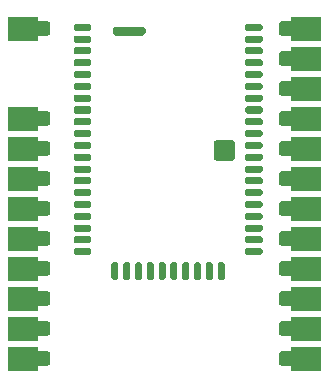
<source format=gts>
G04 #@! TF.GenerationSoftware,KiCad,Pcbnew,9.0.1+1*
G04 #@! TF.CreationDate,2025-11-11T08:29:24+00:00*
G04 #@! TF.ProjectId,bluetooth,626c7565-746f-46f7-9468-2e6b69636164,rev?*
G04 #@! TF.SameCoordinates,Original*
G04 #@! TF.FileFunction,Soldermask,Top*
G04 #@! TF.FilePolarity,Negative*
%FSLAX46Y46*%
G04 Gerber Fmt 4.6, Leading zero omitted, Abs format (unit mm)*
G04 Created by KiCad (PCBNEW 9.0.1+1) date 2025-11-11 08:29:24*
%MOMM*%
%LPD*%
G01*
G04 APERTURE LIST*
%ADD10R,2.540000X2.000000*%
G04 APERTURE END LIST*
G36*
G01*
X101551000Y-57632000D02*
X101551000Y-57332000D01*
G75*
G02*
X101701000Y-57182000I150000J0D01*
G01*
X102901000Y-57182000D01*
G75*
G02*
X103051000Y-57332000I0J-150000D01*
G01*
X103051000Y-57632000D01*
G75*
G02*
X102901000Y-57782000I-150000J0D01*
G01*
X101701000Y-57782000D01*
G75*
G02*
X101551000Y-57632000I0J150000D01*
G01*
G37*
G36*
G01*
X101551000Y-58632000D02*
X101551000Y-58332000D01*
G75*
G02*
X101701000Y-58182000I150000J0D01*
G01*
X102901000Y-58182000D01*
G75*
G02*
X103051000Y-58332000I0J-150000D01*
G01*
X103051000Y-58632000D01*
G75*
G02*
X102901000Y-58782000I-150000J0D01*
G01*
X101701000Y-58782000D01*
G75*
G02*
X101551000Y-58632000I0J150000D01*
G01*
G37*
G36*
G01*
X101551000Y-59632000D02*
X101551000Y-59332000D01*
G75*
G02*
X101701000Y-59182000I150000J0D01*
G01*
X102901000Y-59182000D01*
G75*
G02*
X103051000Y-59332000I0J-150000D01*
G01*
X103051000Y-59632000D01*
G75*
G02*
X102901000Y-59782000I-150000J0D01*
G01*
X101701000Y-59782000D01*
G75*
G02*
X101551000Y-59632000I0J150000D01*
G01*
G37*
G36*
G01*
X101551000Y-60632000D02*
X101551000Y-60332000D01*
G75*
G02*
X101701000Y-60182000I150000J0D01*
G01*
X102901000Y-60182000D01*
G75*
G02*
X103051000Y-60332000I0J-150000D01*
G01*
X103051000Y-60632000D01*
G75*
G02*
X102901000Y-60782000I-150000J0D01*
G01*
X101701000Y-60782000D01*
G75*
G02*
X101551000Y-60632000I0J150000D01*
G01*
G37*
G36*
G01*
X101551000Y-61632000D02*
X101551000Y-61332000D01*
G75*
G02*
X101701000Y-61182000I150000J0D01*
G01*
X102901000Y-61182000D01*
G75*
G02*
X103051000Y-61332000I0J-150000D01*
G01*
X103051000Y-61632000D01*
G75*
G02*
X102901000Y-61782000I-150000J0D01*
G01*
X101701000Y-61782000D01*
G75*
G02*
X101551000Y-61632000I0J150000D01*
G01*
G37*
G36*
G01*
X101551000Y-62632000D02*
X101551000Y-62332000D01*
G75*
G02*
X101701000Y-62182000I150000J0D01*
G01*
X102901000Y-62182000D01*
G75*
G02*
X103051000Y-62332000I0J-150000D01*
G01*
X103051000Y-62632000D01*
G75*
G02*
X102901000Y-62782000I-150000J0D01*
G01*
X101701000Y-62782000D01*
G75*
G02*
X101551000Y-62632000I0J150000D01*
G01*
G37*
G36*
G01*
X101551000Y-63632000D02*
X101551000Y-63332000D01*
G75*
G02*
X101701000Y-63182000I150000J0D01*
G01*
X102901000Y-63182000D01*
G75*
G02*
X103051000Y-63332000I0J-150000D01*
G01*
X103051000Y-63632000D01*
G75*
G02*
X102901000Y-63782000I-150000J0D01*
G01*
X101701000Y-63782000D01*
G75*
G02*
X101551000Y-63632000I0J150000D01*
G01*
G37*
G36*
G01*
X101551000Y-64632000D02*
X101551000Y-64332000D01*
G75*
G02*
X101701000Y-64182000I150000J0D01*
G01*
X102901000Y-64182000D01*
G75*
G02*
X103051000Y-64332000I0J-150000D01*
G01*
X103051000Y-64632000D01*
G75*
G02*
X102901000Y-64782000I-150000J0D01*
G01*
X101701000Y-64782000D01*
G75*
G02*
X101551000Y-64632000I0J150000D01*
G01*
G37*
G36*
G01*
X101551000Y-65632000D02*
X101551000Y-65332000D01*
G75*
G02*
X101701000Y-65182000I150000J0D01*
G01*
X102901000Y-65182000D01*
G75*
G02*
X103051000Y-65332000I0J-150000D01*
G01*
X103051000Y-65632000D01*
G75*
G02*
X102901000Y-65782000I-150000J0D01*
G01*
X101701000Y-65782000D01*
G75*
G02*
X101551000Y-65632000I0J150000D01*
G01*
G37*
G36*
G01*
X101551000Y-66632000D02*
X101551000Y-66332000D01*
G75*
G02*
X101701000Y-66182000I150000J0D01*
G01*
X102901000Y-66182000D01*
G75*
G02*
X103051000Y-66332000I0J-150000D01*
G01*
X103051000Y-66632000D01*
G75*
G02*
X102901000Y-66782000I-150000J0D01*
G01*
X101701000Y-66782000D01*
G75*
G02*
X101551000Y-66632000I0J150000D01*
G01*
G37*
G36*
G01*
X101551000Y-67632000D02*
X101551000Y-67332000D01*
G75*
G02*
X101701000Y-67182000I150000J0D01*
G01*
X102901000Y-67182000D01*
G75*
G02*
X103051000Y-67332000I0J-150000D01*
G01*
X103051000Y-67632000D01*
G75*
G02*
X102901000Y-67782000I-150000J0D01*
G01*
X101701000Y-67782000D01*
G75*
G02*
X101551000Y-67632000I0J150000D01*
G01*
G37*
G36*
G01*
X101551000Y-68632000D02*
X101551000Y-68332000D01*
G75*
G02*
X101701000Y-68182000I150000J0D01*
G01*
X102901000Y-68182000D01*
G75*
G02*
X103051000Y-68332000I0J-150000D01*
G01*
X103051000Y-68632000D01*
G75*
G02*
X102901000Y-68782000I-150000J0D01*
G01*
X101701000Y-68782000D01*
G75*
G02*
X101551000Y-68632000I0J150000D01*
G01*
G37*
G36*
G01*
X101551000Y-69632000D02*
X101551000Y-69332000D01*
G75*
G02*
X101701000Y-69182000I150000J0D01*
G01*
X102901000Y-69182000D01*
G75*
G02*
X103051000Y-69332000I0J-150000D01*
G01*
X103051000Y-69632000D01*
G75*
G02*
X102901000Y-69782000I-150000J0D01*
G01*
X101701000Y-69782000D01*
G75*
G02*
X101551000Y-69632000I0J150000D01*
G01*
G37*
G36*
G01*
X101551000Y-70632000D02*
X101551000Y-70332000D01*
G75*
G02*
X101701000Y-70182000I150000J0D01*
G01*
X102901000Y-70182000D01*
G75*
G02*
X103051000Y-70332000I0J-150000D01*
G01*
X103051000Y-70632000D01*
G75*
G02*
X102901000Y-70782000I-150000J0D01*
G01*
X101701000Y-70782000D01*
G75*
G02*
X101551000Y-70632000I0J150000D01*
G01*
G37*
G36*
G01*
X101551000Y-71632000D02*
X101551000Y-71332000D01*
G75*
G02*
X101701000Y-71182000I150000J0D01*
G01*
X102901000Y-71182000D01*
G75*
G02*
X103051000Y-71332000I0J-150000D01*
G01*
X103051000Y-71632000D01*
G75*
G02*
X102901000Y-71782000I-150000J0D01*
G01*
X101701000Y-71782000D01*
G75*
G02*
X101551000Y-71632000I0J150000D01*
G01*
G37*
G36*
G01*
X101551000Y-72632000D02*
X101551000Y-72332000D01*
G75*
G02*
X101701000Y-72182000I150000J0D01*
G01*
X102901000Y-72182000D01*
G75*
G02*
X103051000Y-72332000I0J-150000D01*
G01*
X103051000Y-72632000D01*
G75*
G02*
X102901000Y-72782000I-150000J0D01*
G01*
X101701000Y-72782000D01*
G75*
G02*
X101551000Y-72632000I0J150000D01*
G01*
G37*
G36*
G01*
X101551000Y-73632000D02*
X101551000Y-73332000D01*
G75*
G02*
X101701000Y-73182000I150000J0D01*
G01*
X102901000Y-73182000D01*
G75*
G02*
X103051000Y-73332000I0J-150000D01*
G01*
X103051000Y-73632000D01*
G75*
G02*
X102901000Y-73782000I-150000J0D01*
G01*
X101701000Y-73782000D01*
G75*
G02*
X101551000Y-73632000I0J150000D01*
G01*
G37*
G36*
G01*
X101551000Y-74632000D02*
X101551000Y-74332000D01*
G75*
G02*
X101701000Y-74182000I150000J0D01*
G01*
X102901000Y-74182000D01*
G75*
G02*
X103051000Y-74332000I0J-150000D01*
G01*
X103051000Y-74632000D01*
G75*
G02*
X102901000Y-74782000I-150000J0D01*
G01*
X101701000Y-74782000D01*
G75*
G02*
X101551000Y-74632000I0J150000D01*
G01*
G37*
G36*
G01*
X101551000Y-75632000D02*
X101551000Y-75332000D01*
G75*
G02*
X101701000Y-75182000I150000J0D01*
G01*
X102901000Y-75182000D01*
G75*
G02*
X103051000Y-75332000I0J-150000D01*
G01*
X103051000Y-75632000D01*
G75*
G02*
X102901000Y-75782000I-150000J0D01*
G01*
X101701000Y-75782000D01*
G75*
G02*
X101551000Y-75632000I0J150000D01*
G01*
G37*
G36*
G01*
X101551000Y-76632000D02*
X101551000Y-76332000D01*
G75*
G02*
X101701000Y-76182000I150000J0D01*
G01*
X102901000Y-76182000D01*
G75*
G02*
X103051000Y-76332000I0J-150000D01*
G01*
X103051000Y-76632000D01*
G75*
G02*
X102901000Y-76782000I-150000J0D01*
G01*
X101701000Y-76782000D01*
G75*
G02*
X101551000Y-76632000I0J150000D01*
G01*
G37*
G36*
G01*
X104751000Y-78732000D02*
X104751000Y-77532000D01*
G75*
G02*
X104901000Y-77382000I150000J0D01*
G01*
X105201000Y-77382000D01*
G75*
G02*
X105351000Y-77532000I0J-150000D01*
G01*
X105351000Y-78732000D01*
G75*
G02*
X105201000Y-78882000I-150000J0D01*
G01*
X104901000Y-78882000D01*
G75*
G02*
X104751000Y-78732000I0J150000D01*
G01*
G37*
G36*
G01*
X105751000Y-78732000D02*
X105751000Y-77532000D01*
G75*
G02*
X105901000Y-77382000I150000J0D01*
G01*
X106201000Y-77382000D01*
G75*
G02*
X106351000Y-77532000I0J-150000D01*
G01*
X106351000Y-78732000D01*
G75*
G02*
X106201000Y-78882000I-150000J0D01*
G01*
X105901000Y-78882000D01*
G75*
G02*
X105751000Y-78732000I0J150000D01*
G01*
G37*
G36*
G01*
X106751000Y-78732000D02*
X106751000Y-77532000D01*
G75*
G02*
X106901000Y-77382000I150000J0D01*
G01*
X107201000Y-77382000D01*
G75*
G02*
X107351000Y-77532000I0J-150000D01*
G01*
X107351000Y-78732000D01*
G75*
G02*
X107201000Y-78882000I-150000J0D01*
G01*
X106901000Y-78882000D01*
G75*
G02*
X106751000Y-78732000I0J150000D01*
G01*
G37*
G36*
G01*
X107751000Y-78732000D02*
X107751000Y-77532000D01*
G75*
G02*
X107901000Y-77382000I150000J0D01*
G01*
X108201000Y-77382000D01*
G75*
G02*
X108351000Y-77532000I0J-150000D01*
G01*
X108351000Y-78732000D01*
G75*
G02*
X108201000Y-78882000I-150000J0D01*
G01*
X107901000Y-78882000D01*
G75*
G02*
X107751000Y-78732000I0J150000D01*
G01*
G37*
G36*
G01*
X108751000Y-78732000D02*
X108751000Y-77532000D01*
G75*
G02*
X108901000Y-77382000I150000J0D01*
G01*
X109201000Y-77382000D01*
G75*
G02*
X109351000Y-77532000I0J-150000D01*
G01*
X109351000Y-78732000D01*
G75*
G02*
X109201000Y-78882000I-150000J0D01*
G01*
X108901000Y-78882000D01*
G75*
G02*
X108751000Y-78732000I0J150000D01*
G01*
G37*
G36*
G01*
X109751000Y-78732000D02*
X109751000Y-77532000D01*
G75*
G02*
X109901000Y-77382000I150000J0D01*
G01*
X110201000Y-77382000D01*
G75*
G02*
X110351000Y-77532000I0J-150000D01*
G01*
X110351000Y-78732000D01*
G75*
G02*
X110201000Y-78882000I-150000J0D01*
G01*
X109901000Y-78882000D01*
G75*
G02*
X109751000Y-78732000I0J150000D01*
G01*
G37*
G36*
G01*
X110751000Y-78732000D02*
X110751000Y-77532000D01*
G75*
G02*
X110901000Y-77382000I150000J0D01*
G01*
X111201000Y-77382000D01*
G75*
G02*
X111351000Y-77532000I0J-150000D01*
G01*
X111351000Y-78732000D01*
G75*
G02*
X111201000Y-78882000I-150000J0D01*
G01*
X110901000Y-78882000D01*
G75*
G02*
X110751000Y-78732000I0J150000D01*
G01*
G37*
G36*
G01*
X111751000Y-78732000D02*
X111751000Y-77532000D01*
G75*
G02*
X111901000Y-77382000I150000J0D01*
G01*
X112201000Y-77382000D01*
G75*
G02*
X112351000Y-77532000I0J-150000D01*
G01*
X112351000Y-78732000D01*
G75*
G02*
X112201000Y-78882000I-150000J0D01*
G01*
X111901000Y-78882000D01*
G75*
G02*
X111751000Y-78732000I0J150000D01*
G01*
G37*
G36*
G01*
X112751000Y-78732000D02*
X112751000Y-77532000D01*
G75*
G02*
X112901000Y-77382000I150000J0D01*
G01*
X113201000Y-77382000D01*
G75*
G02*
X113351000Y-77532000I0J-150000D01*
G01*
X113351000Y-78732000D01*
G75*
G02*
X113201000Y-78882000I-150000J0D01*
G01*
X112901000Y-78882000D01*
G75*
G02*
X112751000Y-78732000I0J150000D01*
G01*
G37*
G36*
G01*
X113751000Y-78732000D02*
X113751000Y-77532000D01*
G75*
G02*
X113901000Y-77382000I150000J0D01*
G01*
X114201000Y-77382000D01*
G75*
G02*
X114351000Y-77532000I0J-150000D01*
G01*
X114351000Y-78732000D01*
G75*
G02*
X114201000Y-78882000I-150000J0D01*
G01*
X113901000Y-78882000D01*
G75*
G02*
X113751000Y-78732000I0J150000D01*
G01*
G37*
G36*
G01*
X116051000Y-76632000D02*
X116051000Y-76332000D01*
G75*
G02*
X116201000Y-76182000I150000J0D01*
G01*
X117401000Y-76182000D01*
G75*
G02*
X117551000Y-76332000I0J-150000D01*
G01*
X117551000Y-76632000D01*
G75*
G02*
X117401000Y-76782000I-150000J0D01*
G01*
X116201000Y-76782000D01*
G75*
G02*
X116051000Y-76632000I0J150000D01*
G01*
G37*
G36*
G01*
X116051000Y-75632000D02*
X116051000Y-75332000D01*
G75*
G02*
X116201000Y-75182000I150000J0D01*
G01*
X117401000Y-75182000D01*
G75*
G02*
X117551000Y-75332000I0J-150000D01*
G01*
X117551000Y-75632000D01*
G75*
G02*
X117401000Y-75782000I-150000J0D01*
G01*
X116201000Y-75782000D01*
G75*
G02*
X116051000Y-75632000I0J150000D01*
G01*
G37*
G36*
G01*
X116051000Y-74632000D02*
X116051000Y-74332000D01*
G75*
G02*
X116201000Y-74182000I150000J0D01*
G01*
X117401000Y-74182000D01*
G75*
G02*
X117551000Y-74332000I0J-150000D01*
G01*
X117551000Y-74632000D01*
G75*
G02*
X117401000Y-74782000I-150000J0D01*
G01*
X116201000Y-74782000D01*
G75*
G02*
X116051000Y-74632000I0J150000D01*
G01*
G37*
G36*
G01*
X116051000Y-73632000D02*
X116051000Y-73332000D01*
G75*
G02*
X116201000Y-73182000I150000J0D01*
G01*
X117401000Y-73182000D01*
G75*
G02*
X117551000Y-73332000I0J-150000D01*
G01*
X117551000Y-73632000D01*
G75*
G02*
X117401000Y-73782000I-150000J0D01*
G01*
X116201000Y-73782000D01*
G75*
G02*
X116051000Y-73632000I0J150000D01*
G01*
G37*
G36*
G01*
X116051000Y-72632000D02*
X116051000Y-72332000D01*
G75*
G02*
X116201000Y-72182000I150000J0D01*
G01*
X117401000Y-72182000D01*
G75*
G02*
X117551000Y-72332000I0J-150000D01*
G01*
X117551000Y-72632000D01*
G75*
G02*
X117401000Y-72782000I-150000J0D01*
G01*
X116201000Y-72782000D01*
G75*
G02*
X116051000Y-72632000I0J150000D01*
G01*
G37*
G36*
G01*
X116051000Y-71632000D02*
X116051000Y-71332000D01*
G75*
G02*
X116201000Y-71182000I150000J0D01*
G01*
X117401000Y-71182000D01*
G75*
G02*
X117551000Y-71332000I0J-150000D01*
G01*
X117551000Y-71632000D01*
G75*
G02*
X117401000Y-71782000I-150000J0D01*
G01*
X116201000Y-71782000D01*
G75*
G02*
X116051000Y-71632000I0J150000D01*
G01*
G37*
G36*
G01*
X116051000Y-70632000D02*
X116051000Y-70332000D01*
G75*
G02*
X116201000Y-70182000I150000J0D01*
G01*
X117401000Y-70182000D01*
G75*
G02*
X117551000Y-70332000I0J-150000D01*
G01*
X117551000Y-70632000D01*
G75*
G02*
X117401000Y-70782000I-150000J0D01*
G01*
X116201000Y-70782000D01*
G75*
G02*
X116051000Y-70632000I0J150000D01*
G01*
G37*
G36*
G01*
X116051000Y-69632000D02*
X116051000Y-69332000D01*
G75*
G02*
X116201000Y-69182000I150000J0D01*
G01*
X117401000Y-69182000D01*
G75*
G02*
X117551000Y-69332000I0J-150000D01*
G01*
X117551000Y-69632000D01*
G75*
G02*
X117401000Y-69782000I-150000J0D01*
G01*
X116201000Y-69782000D01*
G75*
G02*
X116051000Y-69632000I0J150000D01*
G01*
G37*
G36*
G01*
X116051000Y-68632000D02*
X116051000Y-68332000D01*
G75*
G02*
X116201000Y-68182000I150000J0D01*
G01*
X117401000Y-68182000D01*
G75*
G02*
X117551000Y-68332000I0J-150000D01*
G01*
X117551000Y-68632000D01*
G75*
G02*
X117401000Y-68782000I-150000J0D01*
G01*
X116201000Y-68782000D01*
G75*
G02*
X116051000Y-68632000I0J150000D01*
G01*
G37*
G36*
G01*
X116051000Y-67632000D02*
X116051000Y-67332000D01*
G75*
G02*
X116201000Y-67182000I150000J0D01*
G01*
X117401000Y-67182000D01*
G75*
G02*
X117551000Y-67332000I0J-150000D01*
G01*
X117551000Y-67632000D01*
G75*
G02*
X117401000Y-67782000I-150000J0D01*
G01*
X116201000Y-67782000D01*
G75*
G02*
X116051000Y-67632000I0J150000D01*
G01*
G37*
G36*
G01*
X116051000Y-66632000D02*
X116051000Y-66332000D01*
G75*
G02*
X116201000Y-66182000I150000J0D01*
G01*
X117401000Y-66182000D01*
G75*
G02*
X117551000Y-66332000I0J-150000D01*
G01*
X117551000Y-66632000D01*
G75*
G02*
X117401000Y-66782000I-150000J0D01*
G01*
X116201000Y-66782000D01*
G75*
G02*
X116051000Y-66632000I0J150000D01*
G01*
G37*
G36*
G01*
X116051000Y-65632000D02*
X116051000Y-65332000D01*
G75*
G02*
X116201000Y-65182000I150000J0D01*
G01*
X117401000Y-65182000D01*
G75*
G02*
X117551000Y-65332000I0J-150000D01*
G01*
X117551000Y-65632000D01*
G75*
G02*
X117401000Y-65782000I-150000J0D01*
G01*
X116201000Y-65782000D01*
G75*
G02*
X116051000Y-65632000I0J150000D01*
G01*
G37*
G36*
G01*
X116051000Y-64632000D02*
X116051000Y-64332000D01*
G75*
G02*
X116201000Y-64182000I150000J0D01*
G01*
X117401000Y-64182000D01*
G75*
G02*
X117551000Y-64332000I0J-150000D01*
G01*
X117551000Y-64632000D01*
G75*
G02*
X117401000Y-64782000I-150000J0D01*
G01*
X116201000Y-64782000D01*
G75*
G02*
X116051000Y-64632000I0J150000D01*
G01*
G37*
G36*
G01*
X116051000Y-63632000D02*
X116051000Y-63332000D01*
G75*
G02*
X116201000Y-63182000I150000J0D01*
G01*
X117401000Y-63182000D01*
G75*
G02*
X117551000Y-63332000I0J-150000D01*
G01*
X117551000Y-63632000D01*
G75*
G02*
X117401000Y-63782000I-150000J0D01*
G01*
X116201000Y-63782000D01*
G75*
G02*
X116051000Y-63632000I0J150000D01*
G01*
G37*
G36*
G01*
X116051000Y-62632000D02*
X116051000Y-62332000D01*
G75*
G02*
X116201000Y-62182000I150000J0D01*
G01*
X117401000Y-62182000D01*
G75*
G02*
X117551000Y-62332000I0J-150000D01*
G01*
X117551000Y-62632000D01*
G75*
G02*
X117401000Y-62782000I-150000J0D01*
G01*
X116201000Y-62782000D01*
G75*
G02*
X116051000Y-62632000I0J150000D01*
G01*
G37*
G36*
G01*
X116051000Y-61632000D02*
X116051000Y-61332000D01*
G75*
G02*
X116201000Y-61182000I150000J0D01*
G01*
X117401000Y-61182000D01*
G75*
G02*
X117551000Y-61332000I0J-150000D01*
G01*
X117551000Y-61632000D01*
G75*
G02*
X117401000Y-61782000I-150000J0D01*
G01*
X116201000Y-61782000D01*
G75*
G02*
X116051000Y-61632000I0J150000D01*
G01*
G37*
G36*
G01*
X116051000Y-60632000D02*
X116051000Y-60332000D01*
G75*
G02*
X116201000Y-60182000I150000J0D01*
G01*
X117401000Y-60182000D01*
G75*
G02*
X117551000Y-60332000I0J-150000D01*
G01*
X117551000Y-60632000D01*
G75*
G02*
X117401000Y-60782000I-150000J0D01*
G01*
X116201000Y-60782000D01*
G75*
G02*
X116051000Y-60632000I0J150000D01*
G01*
G37*
G36*
G01*
X116051000Y-59632000D02*
X116051000Y-59332000D01*
G75*
G02*
X116201000Y-59182000I150000J0D01*
G01*
X117401000Y-59182000D01*
G75*
G02*
X117551000Y-59332000I0J-150000D01*
G01*
X117551000Y-59632000D01*
G75*
G02*
X117401000Y-59782000I-150000J0D01*
G01*
X116201000Y-59782000D01*
G75*
G02*
X116051000Y-59632000I0J150000D01*
G01*
G37*
G36*
G01*
X116051000Y-58632000D02*
X116051000Y-58332000D01*
G75*
G02*
X116201000Y-58182000I150000J0D01*
G01*
X117401000Y-58182000D01*
G75*
G02*
X117551000Y-58332000I0J-150000D01*
G01*
X117551000Y-58632000D01*
G75*
G02*
X117401000Y-58782000I-150000J0D01*
G01*
X116201000Y-58782000D01*
G75*
G02*
X116051000Y-58632000I0J150000D01*
G01*
G37*
G36*
G01*
X116051000Y-57632000D02*
X116051000Y-57332000D01*
G75*
G02*
X116201000Y-57182000I150000J0D01*
G01*
X117401000Y-57182000D01*
G75*
G02*
X117551000Y-57332000I0J-150000D01*
G01*
X117551000Y-57632000D01*
G75*
G02*
X117401000Y-57782000I-150000J0D01*
G01*
X116201000Y-57782000D01*
G75*
G02*
X116051000Y-57632000I0J150000D01*
G01*
G37*
G36*
G01*
X113431000Y-68552000D02*
X113431000Y-67272000D01*
G75*
G02*
X113681000Y-67022000I250000J0D01*
G01*
X114961000Y-67022000D01*
G75*
G02*
X115211000Y-67272000I0J-250000D01*
G01*
X115211000Y-68552000D01*
G75*
G02*
X114961000Y-68802000I-250000J0D01*
G01*
X113681000Y-68802000D01*
G75*
G02*
X113431000Y-68552000I0J250000D01*
G01*
G37*
G36*
G01*
X104866000Y-57992000D02*
X104866000Y-57612000D01*
G75*
G02*
X105056000Y-57422000I190000J0D01*
G01*
X107466000Y-57422000D01*
G75*
G02*
X107656000Y-57612000I0J-190000D01*
G01*
X107656000Y-57992000D01*
G75*
G02*
X107466000Y-58182000I-190000J0D01*
G01*
X105056000Y-58182000D01*
G75*
G02*
X104866000Y-57992000I0J190000D01*
G01*
G37*
D10*
X97260000Y-57590000D03*
G36*
G01*
X99585000Y-57215000D02*
X99585000Y-57965000D01*
G75*
G02*
X99335000Y-58215000I-250000J0D01*
G01*
X98585000Y-58215000D01*
G75*
G02*
X98335000Y-57965000I0J250000D01*
G01*
X98335000Y-57215000D01*
G75*
G02*
X98585000Y-56965000I250000J0D01*
G01*
X99335000Y-56965000D01*
G75*
G02*
X99585000Y-57215000I0J-250000D01*
G01*
G37*
X97260000Y-65210000D03*
G36*
G01*
X99585000Y-64835000D02*
X99585000Y-65585000D01*
G75*
G02*
X99335000Y-65835000I-250000J0D01*
G01*
X98585000Y-65835000D01*
G75*
G02*
X98335000Y-65585000I0J250000D01*
G01*
X98335000Y-64835000D01*
G75*
G02*
X98585000Y-64585000I250000J0D01*
G01*
X99335000Y-64585000D01*
G75*
G02*
X99585000Y-64835000I0J-250000D01*
G01*
G37*
X97260000Y-67750000D03*
G36*
G01*
X99585000Y-67375000D02*
X99585000Y-68125000D01*
G75*
G02*
X99335000Y-68375000I-250000J0D01*
G01*
X98585000Y-68375000D01*
G75*
G02*
X98335000Y-68125000I0J250000D01*
G01*
X98335000Y-67375000D01*
G75*
G02*
X98585000Y-67125000I250000J0D01*
G01*
X99335000Y-67125000D01*
G75*
G02*
X99585000Y-67375000I0J-250000D01*
G01*
G37*
X97260000Y-70290000D03*
G36*
G01*
X99585000Y-69915000D02*
X99585000Y-70665000D01*
G75*
G02*
X99335000Y-70915000I-250000J0D01*
G01*
X98585000Y-70915000D01*
G75*
G02*
X98335000Y-70665000I0J250000D01*
G01*
X98335000Y-69915000D01*
G75*
G02*
X98585000Y-69665000I250000J0D01*
G01*
X99335000Y-69665000D01*
G75*
G02*
X99585000Y-69915000I0J-250000D01*
G01*
G37*
X97260000Y-72830000D03*
G36*
G01*
X99585000Y-72455000D02*
X99585000Y-73205000D01*
G75*
G02*
X99335000Y-73455000I-250000J0D01*
G01*
X98585000Y-73455000D01*
G75*
G02*
X98335000Y-73205000I0J250000D01*
G01*
X98335000Y-72455000D01*
G75*
G02*
X98585000Y-72205000I250000J0D01*
G01*
X99335000Y-72205000D01*
G75*
G02*
X99585000Y-72455000I0J-250000D01*
G01*
G37*
X97260000Y-75370000D03*
G36*
G01*
X99585000Y-74995000D02*
X99585000Y-75745000D01*
G75*
G02*
X99335000Y-75995000I-250000J0D01*
G01*
X98585000Y-75995000D01*
G75*
G02*
X98335000Y-75745000I0J250000D01*
G01*
X98335000Y-74995000D01*
G75*
G02*
X98585000Y-74745000I250000J0D01*
G01*
X99335000Y-74745000D01*
G75*
G02*
X99585000Y-74995000I0J-250000D01*
G01*
G37*
X97260000Y-77910000D03*
G36*
G01*
X99585000Y-77535000D02*
X99585000Y-78285000D01*
G75*
G02*
X99335000Y-78535000I-250000J0D01*
G01*
X98585000Y-78535000D01*
G75*
G02*
X98335000Y-78285000I0J250000D01*
G01*
X98335000Y-77535000D01*
G75*
G02*
X98585000Y-77285000I250000J0D01*
G01*
X99335000Y-77285000D01*
G75*
G02*
X99585000Y-77535000I0J-250000D01*
G01*
G37*
X97260000Y-80450000D03*
G36*
G01*
X99585000Y-80075000D02*
X99585000Y-80825000D01*
G75*
G02*
X99335000Y-81075000I-250000J0D01*
G01*
X98585000Y-81075000D01*
G75*
G02*
X98335000Y-80825000I0J250000D01*
G01*
X98335000Y-80075000D01*
G75*
G02*
X98585000Y-79825000I250000J0D01*
G01*
X99335000Y-79825000D01*
G75*
G02*
X99585000Y-80075000I0J-250000D01*
G01*
G37*
X97260000Y-82990000D03*
G36*
G01*
X99585000Y-82615000D02*
X99585000Y-83365000D01*
G75*
G02*
X99335000Y-83615000I-250000J0D01*
G01*
X98585000Y-83615000D01*
G75*
G02*
X98335000Y-83365000I0J250000D01*
G01*
X98335000Y-82615000D01*
G75*
G02*
X98585000Y-82365000I250000J0D01*
G01*
X99335000Y-82365000D01*
G75*
G02*
X99585000Y-82615000I0J-250000D01*
G01*
G37*
X97260000Y-85530000D03*
G36*
G01*
X99585000Y-85155000D02*
X99585000Y-85905000D01*
G75*
G02*
X99335000Y-86155000I-250000J0D01*
G01*
X98585000Y-86155000D01*
G75*
G02*
X98335000Y-85905000I0J250000D01*
G01*
X98335000Y-85155000D01*
G75*
G02*
X98585000Y-84905000I250000J0D01*
G01*
X99335000Y-84905000D01*
G75*
G02*
X99585000Y-85155000I0J-250000D01*
G01*
G37*
G36*
G01*
X120185000Y-57215000D02*
X120185000Y-57965000D01*
G75*
G02*
X119935000Y-58215000I-250000J0D01*
G01*
X119185000Y-58215000D01*
G75*
G02*
X118935000Y-57965000I0J250000D01*
G01*
X118935000Y-57215000D01*
G75*
G02*
X119185000Y-56965000I250000J0D01*
G01*
X119935000Y-56965000D01*
G75*
G02*
X120185000Y-57215000I0J-250000D01*
G01*
G37*
X121260000Y-57590000D03*
G36*
G01*
X120185000Y-59755000D02*
X120185000Y-60505000D01*
G75*
G02*
X119935000Y-60755000I-250000J0D01*
G01*
X119185000Y-60755000D01*
G75*
G02*
X118935000Y-60505000I0J250000D01*
G01*
X118935000Y-59755000D01*
G75*
G02*
X119185000Y-59505000I250000J0D01*
G01*
X119935000Y-59505000D01*
G75*
G02*
X120185000Y-59755000I0J-250000D01*
G01*
G37*
X121260000Y-60130000D03*
G36*
G01*
X120185000Y-62295000D02*
X120185000Y-63045000D01*
G75*
G02*
X119935000Y-63295000I-250000J0D01*
G01*
X119185000Y-63295000D01*
G75*
G02*
X118935000Y-63045000I0J250000D01*
G01*
X118935000Y-62295000D01*
G75*
G02*
X119185000Y-62045000I250000J0D01*
G01*
X119935000Y-62045000D01*
G75*
G02*
X120185000Y-62295000I0J-250000D01*
G01*
G37*
X121260000Y-62670000D03*
G36*
G01*
X120185000Y-64835000D02*
X120185000Y-65585000D01*
G75*
G02*
X119935000Y-65835000I-250000J0D01*
G01*
X119185000Y-65835000D01*
G75*
G02*
X118935000Y-65585000I0J250000D01*
G01*
X118935000Y-64835000D01*
G75*
G02*
X119185000Y-64585000I250000J0D01*
G01*
X119935000Y-64585000D01*
G75*
G02*
X120185000Y-64835000I0J-250000D01*
G01*
G37*
X121260000Y-65210000D03*
G36*
G01*
X120185000Y-67375000D02*
X120185000Y-68125000D01*
G75*
G02*
X119935000Y-68375000I-250000J0D01*
G01*
X119185000Y-68375000D01*
G75*
G02*
X118935000Y-68125000I0J250000D01*
G01*
X118935000Y-67375000D01*
G75*
G02*
X119185000Y-67125000I250000J0D01*
G01*
X119935000Y-67125000D01*
G75*
G02*
X120185000Y-67375000I0J-250000D01*
G01*
G37*
X121260000Y-67750000D03*
G36*
G01*
X120185000Y-69915000D02*
X120185000Y-70665000D01*
G75*
G02*
X119935000Y-70915000I-250000J0D01*
G01*
X119185000Y-70915000D01*
G75*
G02*
X118935000Y-70665000I0J250000D01*
G01*
X118935000Y-69915000D01*
G75*
G02*
X119185000Y-69665000I250000J0D01*
G01*
X119935000Y-69665000D01*
G75*
G02*
X120185000Y-69915000I0J-250000D01*
G01*
G37*
X121260000Y-70290000D03*
G36*
G01*
X120185000Y-72455000D02*
X120185000Y-73205000D01*
G75*
G02*
X119935000Y-73455000I-250000J0D01*
G01*
X119185000Y-73455000D01*
G75*
G02*
X118935000Y-73205000I0J250000D01*
G01*
X118935000Y-72455000D01*
G75*
G02*
X119185000Y-72205000I250000J0D01*
G01*
X119935000Y-72205000D01*
G75*
G02*
X120185000Y-72455000I0J-250000D01*
G01*
G37*
X121260000Y-72830000D03*
G36*
G01*
X120185000Y-74995000D02*
X120185000Y-75745000D01*
G75*
G02*
X119935000Y-75995000I-250000J0D01*
G01*
X119185000Y-75995000D01*
G75*
G02*
X118935000Y-75745000I0J250000D01*
G01*
X118935000Y-74995000D01*
G75*
G02*
X119185000Y-74745000I250000J0D01*
G01*
X119935000Y-74745000D01*
G75*
G02*
X120185000Y-74995000I0J-250000D01*
G01*
G37*
X121260000Y-75370000D03*
G36*
G01*
X120185000Y-77535000D02*
X120185000Y-78285000D01*
G75*
G02*
X119935000Y-78535000I-250000J0D01*
G01*
X119185000Y-78535000D01*
G75*
G02*
X118935000Y-78285000I0J250000D01*
G01*
X118935000Y-77535000D01*
G75*
G02*
X119185000Y-77285000I250000J0D01*
G01*
X119935000Y-77285000D01*
G75*
G02*
X120185000Y-77535000I0J-250000D01*
G01*
G37*
X121260000Y-77910000D03*
G36*
G01*
X120185000Y-80075000D02*
X120185000Y-80825000D01*
G75*
G02*
X119935000Y-81075000I-250000J0D01*
G01*
X119185000Y-81075000D01*
G75*
G02*
X118935000Y-80825000I0J250000D01*
G01*
X118935000Y-80075000D01*
G75*
G02*
X119185000Y-79825000I250000J0D01*
G01*
X119935000Y-79825000D01*
G75*
G02*
X120185000Y-80075000I0J-250000D01*
G01*
G37*
X121260000Y-80450000D03*
G36*
G01*
X120185000Y-82615000D02*
X120185000Y-83365000D01*
G75*
G02*
X119935000Y-83615000I-250000J0D01*
G01*
X119185000Y-83615000D01*
G75*
G02*
X118935000Y-83365000I0J250000D01*
G01*
X118935000Y-82615000D01*
G75*
G02*
X119185000Y-82365000I250000J0D01*
G01*
X119935000Y-82365000D01*
G75*
G02*
X120185000Y-82615000I0J-250000D01*
G01*
G37*
X121260000Y-82990000D03*
G36*
G01*
X120185000Y-85155000D02*
X120185000Y-85905000D01*
G75*
G02*
X119935000Y-86155000I-250000J0D01*
G01*
X119185000Y-86155000D01*
G75*
G02*
X118935000Y-85905000I0J250000D01*
G01*
X118935000Y-85155000D01*
G75*
G02*
X119185000Y-84905000I250000J0D01*
G01*
X119935000Y-84905000D01*
G75*
G02*
X120185000Y-85155000I0J-250000D01*
G01*
G37*
X121260000Y-85530000D03*
M02*

</source>
